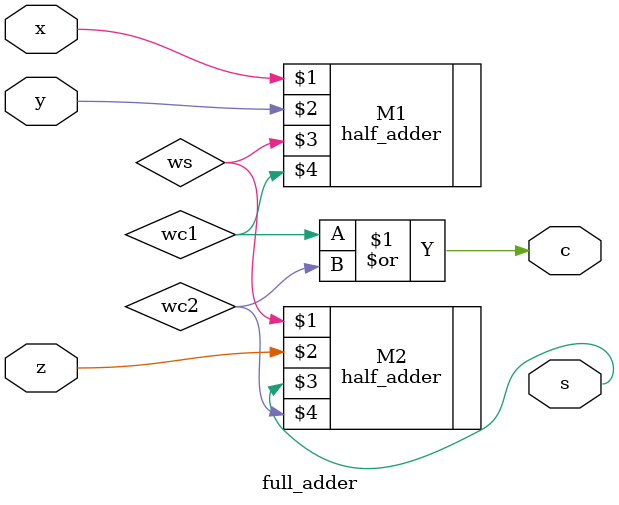
<source format=v>
`include "half_adder.v"

module full_adder(x, y, z, s, c);

  input x, y, z;
  wire x, y, z;

  output s, c;
  wire s, c;

  wire ws, wc1, wc2;

  half_adder M1 (x, y, ws, wc1);
  half_adder M2 (ws, z, s, wc2);

  assign c=wc1|wc2;

endmodule

</source>
